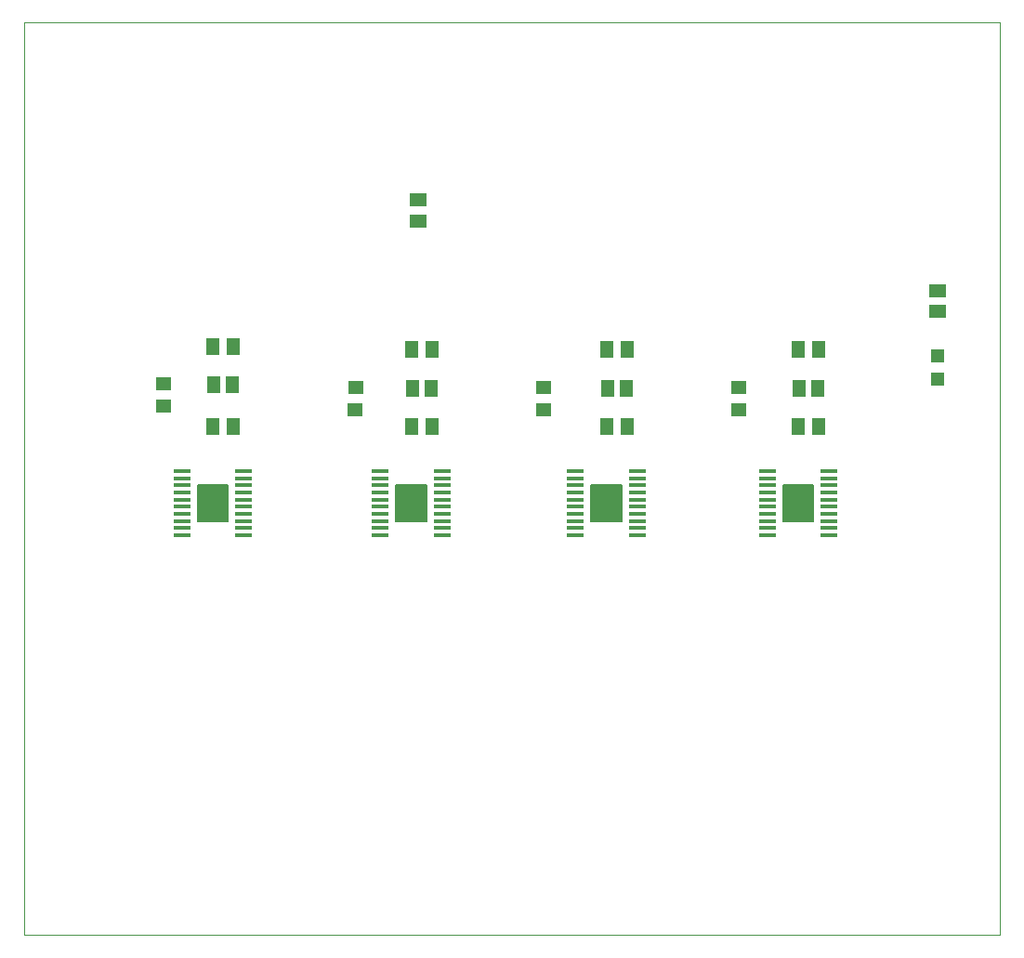
<source format=gtp>
G75*
%MOIN*%
%OFA0B0*%
%FSLAX25Y25*%
%IPPOS*%
%LPD*%
%AMOC8*
5,1,8,0,0,1.08239X$1,22.5*
%
%ADD10C,0.00000*%
%ADD11R,0.05118X0.05906*%
%ADD12R,0.06102X0.01181*%
%ADD13C,0.00500*%
%ADD14R,0.04724X0.04724*%
%ADD15R,0.05551X0.04843*%
%ADD16R,0.05512X0.04882*%
%ADD17R,0.05906X0.05118*%
D10*
X0002600Y0002600D02*
X0002600Y0330061D01*
X0352551Y0330061D01*
X0352551Y0002600D01*
X0002600Y0002600D01*
D11*
X0070110Y0185100D03*
X0077590Y0185100D03*
X0077196Y0200100D03*
X0070504Y0200100D03*
X0070110Y0213850D03*
X0077590Y0213850D03*
X0141360Y0212600D03*
X0148840Y0212600D03*
X0148446Y0198850D03*
X0141754Y0198850D03*
X0141360Y0185100D03*
X0148840Y0185100D03*
X0211360Y0185100D03*
X0218840Y0185100D03*
X0218446Y0198850D03*
X0211754Y0198850D03*
X0211360Y0212600D03*
X0218840Y0212600D03*
X0280110Y0212600D03*
X0287590Y0212600D03*
X0287196Y0198850D03*
X0280504Y0198850D03*
X0280110Y0185100D03*
X0287590Y0185100D03*
D12*
X0291124Y0169116D03*
X0291124Y0166557D03*
X0291124Y0163998D03*
X0291124Y0161439D03*
X0291124Y0158880D03*
X0291124Y0156320D03*
X0291124Y0153761D03*
X0291124Y0151202D03*
X0291124Y0148643D03*
X0291124Y0146084D03*
X0269076Y0146084D03*
X0269076Y0148643D03*
X0269076Y0151202D03*
X0269076Y0153761D03*
X0269076Y0156320D03*
X0269076Y0158880D03*
X0269076Y0161439D03*
X0269076Y0163998D03*
X0269076Y0166557D03*
X0269076Y0169116D03*
X0222374Y0169116D03*
X0222374Y0166557D03*
X0222374Y0163998D03*
X0222374Y0161439D03*
X0222374Y0158880D03*
X0222374Y0156320D03*
X0222374Y0153761D03*
X0222374Y0151202D03*
X0222374Y0148643D03*
X0222374Y0146084D03*
X0200326Y0146084D03*
X0200326Y0148643D03*
X0200326Y0151202D03*
X0200326Y0153761D03*
X0200326Y0156320D03*
X0200326Y0158880D03*
X0200326Y0161439D03*
X0200326Y0163998D03*
X0200326Y0166557D03*
X0200326Y0169116D03*
X0152374Y0169116D03*
X0152374Y0166557D03*
X0152374Y0163998D03*
X0152374Y0161439D03*
X0152374Y0158880D03*
X0152374Y0156320D03*
X0152374Y0153761D03*
X0152374Y0151202D03*
X0152374Y0148643D03*
X0152374Y0146084D03*
X0130326Y0146084D03*
X0130326Y0148643D03*
X0130326Y0151202D03*
X0130326Y0153761D03*
X0130326Y0156320D03*
X0130326Y0158880D03*
X0130326Y0161439D03*
X0130326Y0163998D03*
X0130326Y0166557D03*
X0130326Y0169116D03*
X0081124Y0169116D03*
X0081124Y0166557D03*
X0081124Y0163998D03*
X0081124Y0161439D03*
X0081124Y0158880D03*
X0081124Y0156320D03*
X0081124Y0153761D03*
X0081124Y0151202D03*
X0081124Y0148643D03*
X0081124Y0146084D03*
X0059076Y0146084D03*
X0059076Y0148643D03*
X0059076Y0151202D03*
X0059076Y0153761D03*
X0059076Y0156320D03*
X0059076Y0158880D03*
X0059076Y0161439D03*
X0059076Y0163998D03*
X0059076Y0166557D03*
X0059076Y0169116D03*
D13*
X0064706Y0164175D02*
X0075494Y0164175D01*
X0075494Y0151025D01*
X0064706Y0151025D01*
X0064706Y0164175D01*
X0064706Y0164118D02*
X0075494Y0164118D01*
X0075494Y0163619D02*
X0064706Y0163619D01*
X0064706Y0163121D02*
X0075494Y0163121D01*
X0075494Y0162622D02*
X0064706Y0162622D01*
X0064706Y0162124D02*
X0075494Y0162124D01*
X0075494Y0161625D02*
X0064706Y0161625D01*
X0064706Y0161127D02*
X0075494Y0161127D01*
X0075494Y0160628D02*
X0064706Y0160628D01*
X0064706Y0160130D02*
X0075494Y0160130D01*
X0075494Y0159631D02*
X0064706Y0159631D01*
X0064706Y0159133D02*
X0075494Y0159133D01*
X0075494Y0158634D02*
X0064706Y0158634D01*
X0064706Y0158136D02*
X0075494Y0158136D01*
X0075494Y0157637D02*
X0064706Y0157637D01*
X0064706Y0157139D02*
X0075494Y0157139D01*
X0075494Y0156640D02*
X0064706Y0156640D01*
X0064706Y0156141D02*
X0075494Y0156141D01*
X0075494Y0155643D02*
X0064706Y0155643D01*
X0064706Y0155144D02*
X0075494Y0155144D01*
X0075494Y0154646D02*
X0064706Y0154646D01*
X0064706Y0154147D02*
X0075494Y0154147D01*
X0075494Y0153649D02*
X0064706Y0153649D01*
X0064706Y0153150D02*
X0075494Y0153150D01*
X0075494Y0152652D02*
X0064706Y0152652D01*
X0064706Y0152153D02*
X0075494Y0152153D01*
X0075494Y0151655D02*
X0064706Y0151655D01*
X0064706Y0151156D02*
X0075494Y0151156D01*
X0135956Y0151156D02*
X0146744Y0151156D01*
X0146744Y0151025D02*
X0135956Y0151025D01*
X0135956Y0164175D01*
X0146744Y0164175D01*
X0146744Y0151025D01*
X0146744Y0151655D02*
X0135956Y0151655D01*
X0135956Y0152153D02*
X0146744Y0152153D01*
X0146744Y0152652D02*
X0135956Y0152652D01*
X0135956Y0153150D02*
X0146744Y0153150D01*
X0146744Y0153649D02*
X0135956Y0153649D01*
X0135956Y0154147D02*
X0146744Y0154147D01*
X0146744Y0154646D02*
X0135956Y0154646D01*
X0135956Y0155144D02*
X0146744Y0155144D01*
X0146744Y0155643D02*
X0135956Y0155643D01*
X0135956Y0156141D02*
X0146744Y0156141D01*
X0146744Y0156640D02*
X0135956Y0156640D01*
X0135956Y0157139D02*
X0146744Y0157139D01*
X0146744Y0157637D02*
X0135956Y0157637D01*
X0135956Y0158136D02*
X0146744Y0158136D01*
X0146744Y0158634D02*
X0135956Y0158634D01*
X0135956Y0159133D02*
X0146744Y0159133D01*
X0146744Y0159631D02*
X0135956Y0159631D01*
X0135956Y0160130D02*
X0146744Y0160130D01*
X0146744Y0160628D02*
X0135956Y0160628D01*
X0135956Y0161127D02*
X0146744Y0161127D01*
X0146744Y0161625D02*
X0135956Y0161625D01*
X0135956Y0162124D02*
X0146744Y0162124D01*
X0146744Y0162622D02*
X0135956Y0162622D01*
X0135956Y0163121D02*
X0146744Y0163121D01*
X0146744Y0163619D02*
X0135956Y0163619D01*
X0135956Y0164118D02*
X0146744Y0164118D01*
X0205956Y0164118D02*
X0216744Y0164118D01*
X0216744Y0164175D02*
X0205956Y0164175D01*
X0205956Y0151025D01*
X0216744Y0151025D01*
X0216744Y0164175D01*
X0216744Y0163619D02*
X0205956Y0163619D01*
X0205956Y0163121D02*
X0216744Y0163121D01*
X0216744Y0162622D02*
X0205956Y0162622D01*
X0205956Y0162124D02*
X0216744Y0162124D01*
X0216744Y0161625D02*
X0205956Y0161625D01*
X0205956Y0161127D02*
X0216744Y0161127D01*
X0216744Y0160628D02*
X0205956Y0160628D01*
X0205956Y0160130D02*
X0216744Y0160130D01*
X0216744Y0159631D02*
X0205956Y0159631D01*
X0205956Y0159133D02*
X0216744Y0159133D01*
X0216744Y0158634D02*
X0205956Y0158634D01*
X0205956Y0158136D02*
X0216744Y0158136D01*
X0216744Y0157637D02*
X0205956Y0157637D01*
X0205956Y0157139D02*
X0216744Y0157139D01*
X0216744Y0156640D02*
X0205956Y0156640D01*
X0205956Y0156141D02*
X0216744Y0156141D01*
X0216744Y0155643D02*
X0205956Y0155643D01*
X0205956Y0155144D02*
X0216744Y0155144D01*
X0216744Y0154646D02*
X0205956Y0154646D01*
X0205956Y0154147D02*
X0216744Y0154147D01*
X0216744Y0153649D02*
X0205956Y0153649D01*
X0205956Y0153150D02*
X0216744Y0153150D01*
X0216744Y0152652D02*
X0205956Y0152652D01*
X0205956Y0152153D02*
X0216744Y0152153D01*
X0216744Y0151655D02*
X0205956Y0151655D01*
X0205956Y0151156D02*
X0216744Y0151156D01*
X0274706Y0151156D02*
X0285494Y0151156D01*
X0285494Y0151025D02*
X0274706Y0151025D01*
X0274706Y0164175D01*
X0285494Y0164175D01*
X0285494Y0151025D01*
X0285494Y0151655D02*
X0274706Y0151655D01*
X0274706Y0152153D02*
X0285494Y0152153D01*
X0285494Y0152652D02*
X0274706Y0152652D01*
X0274706Y0153150D02*
X0285494Y0153150D01*
X0285494Y0153649D02*
X0274706Y0153649D01*
X0274706Y0154147D02*
X0285494Y0154147D01*
X0285494Y0154646D02*
X0274706Y0154646D01*
X0274706Y0155144D02*
X0285494Y0155144D01*
X0285494Y0155643D02*
X0274706Y0155643D01*
X0274706Y0156141D02*
X0285494Y0156141D01*
X0285494Y0156640D02*
X0274706Y0156640D01*
X0274706Y0157139D02*
X0285494Y0157139D01*
X0285494Y0157637D02*
X0274706Y0157637D01*
X0274706Y0158136D02*
X0285494Y0158136D01*
X0285494Y0158634D02*
X0274706Y0158634D01*
X0274706Y0159133D02*
X0285494Y0159133D01*
X0285494Y0159631D02*
X0274706Y0159631D01*
X0274706Y0160130D02*
X0285494Y0160130D01*
X0285494Y0160628D02*
X0274706Y0160628D01*
X0274706Y0161127D02*
X0285494Y0161127D01*
X0285494Y0161625D02*
X0274706Y0161625D01*
X0274706Y0162124D02*
X0285494Y0162124D01*
X0285494Y0162622D02*
X0274706Y0162622D01*
X0274706Y0163121D02*
X0285494Y0163121D01*
X0285494Y0163619D02*
X0274706Y0163619D01*
X0274706Y0164118D02*
X0285494Y0164118D01*
D14*
X0330100Y0202216D03*
X0330100Y0210484D03*
D15*
X0258830Y0191065D03*
X0188830Y0191065D03*
X0121330Y0191065D03*
X0052580Y0192315D03*
D16*
X0052600Y0200366D03*
X0121350Y0199116D03*
X0188850Y0199116D03*
X0258850Y0199116D03*
D17*
X0330100Y0226360D03*
X0330100Y0233840D03*
X0143850Y0258860D03*
X0143850Y0266340D03*
M02*

</source>
